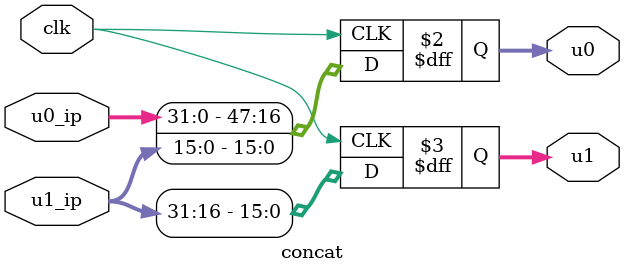
<source format=v>


module concat(u0, u1, u0_ip, u1_ip, clk);

input [31:0]u0_ip, u1_ip;
input clk;

output [47:0]u0;
reg [47:0]u0;

output [15:0]u1;
reg [15:0]u1;

always@(posedge clk)
begin			//u0 and u1 are obtained here
u0[47:16] <= u0_ip;
u0[15:0] <= u1_ip[15:0];
u1 <= u1_ip[31:16];
end

endmodule
 
</source>
